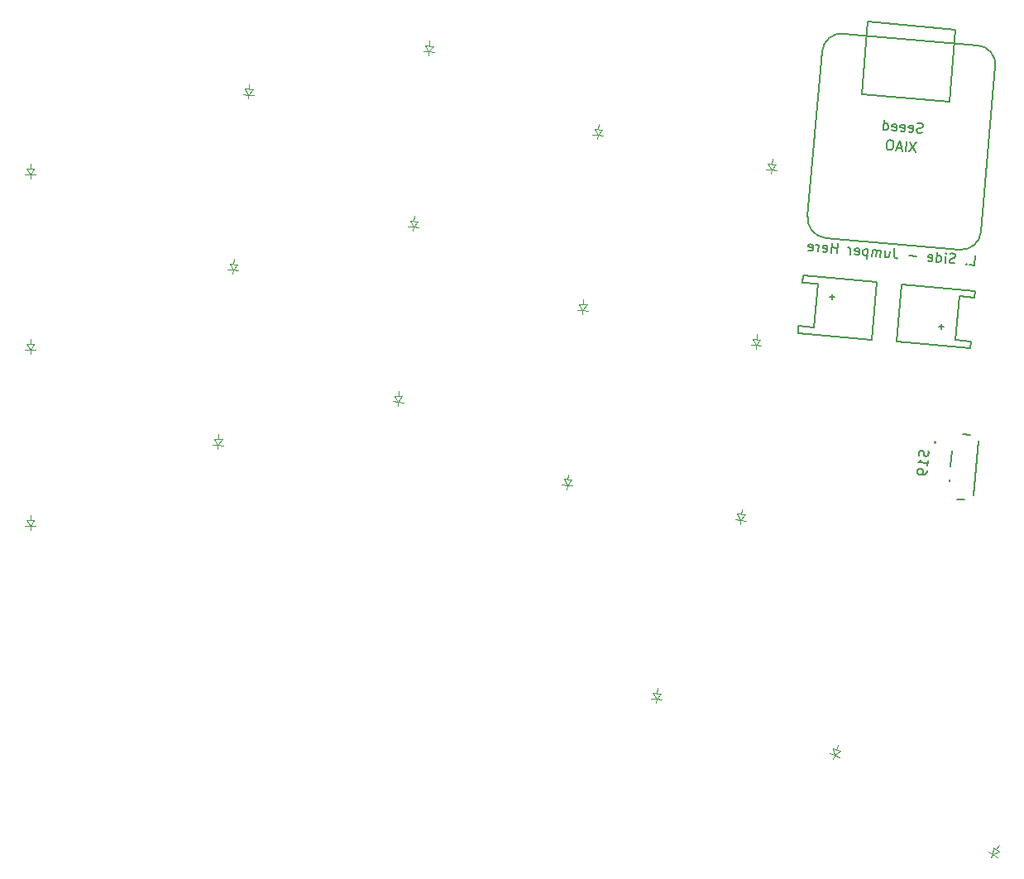
<source format=gbr>
%TF.GenerationSoftware,KiCad,Pcbnew,8.0.6*%
%TF.CreationDate,2024-11-20T19:49:45-07:00*%
%TF.ProjectId,board,626f6172-642e-46b6-9963-61645f706362,v1.0.0*%
%TF.SameCoordinates,Original*%
%TF.FileFunction,Legend,Bot*%
%TF.FilePolarity,Positive*%
%FSLAX46Y46*%
G04 Gerber Fmt 4.6, Leading zero omitted, Abs format (unit mm)*
G04 Created by KiCad (PCBNEW 8.0.6) date 2024-11-20 19:49:45*
%MOMM*%
%LPD*%
G01*
G04 APERTURE LIST*
%ADD10C,0.150000*%
%ADD11C,0.100000*%
%ADD12C,0.127000*%
%ADD13C,0.200000*%
G04 APERTURE END LIST*
D10*
X97683212Y34720833D02*
X96931927Y33782742D01*
X97019083Y34778937D02*
X97596057Y33724638D01*
X96552424Y33815945D02*
X96639580Y34812139D01*
X96150386Y34137924D02*
X95676007Y34179427D01*
X96220360Y33844996D02*
X95975451Y34870243D01*
X95975451Y34870243D02*
X95556230Y33903100D01*
X95121569Y34944948D02*
X94931818Y34961549D01*
X94931818Y34961549D02*
X94832792Y34922412D01*
X94832792Y34922412D02*
X94729616Y34835837D01*
X94729616Y34835837D02*
X94665577Y34650235D01*
X94665577Y34650235D02*
X94636525Y34318171D01*
X94636525Y34318171D02*
X94667362Y34124269D01*
X94667362Y34124269D02*
X94753937Y34021093D01*
X94753937Y34021093D02*
X94844662Y33965354D01*
X94844662Y33965354D02*
X95034413Y33948753D01*
X95034413Y33948753D02*
X95133439Y33987891D01*
X95133439Y33987891D02*
X95236616Y34074466D01*
X95236616Y34074466D02*
X95300655Y34260067D01*
X95300655Y34260067D02*
X95329707Y34592132D01*
X95329707Y34592132D02*
X95298870Y34786033D01*
X95298870Y34786033D02*
X95212295Y34889210D01*
X95212295Y34889210D02*
X95121569Y34944948D01*
X98272617Y35720887D02*
X98126153Y35685900D01*
X98126153Y35685900D02*
X97888964Y35706652D01*
X97888964Y35706652D02*
X97798239Y35762390D01*
X97798239Y35762390D02*
X97754951Y35813978D01*
X97754951Y35813978D02*
X97715814Y35913004D01*
X97715814Y35913004D02*
X97724115Y36007880D01*
X97724115Y36007880D02*
X97779853Y36098605D01*
X97779853Y36098605D02*
X97831441Y36141893D01*
X97831441Y36141893D02*
X97930467Y36181030D01*
X97930467Y36181030D02*
X98124369Y36211867D01*
X98124369Y36211867D02*
X98223395Y36251004D01*
X98223395Y36251004D02*
X98274983Y36294292D01*
X98274983Y36294292D02*
X98330721Y36385017D01*
X98330721Y36385017D02*
X98339022Y36479893D01*
X98339022Y36479893D02*
X98299884Y36578919D01*
X98299884Y36578919D02*
X98256597Y36630507D01*
X98256597Y36630507D02*
X98165871Y36686245D01*
X98165871Y36686245D02*
X97928682Y36706997D01*
X97928682Y36706997D02*
X97782218Y36672010D01*
X96896920Y35841245D02*
X96987645Y35785507D01*
X96987645Y35785507D02*
X97177397Y35768906D01*
X97177397Y35768906D02*
X97276423Y35808043D01*
X97276423Y35808043D02*
X97332161Y35898769D01*
X97332161Y35898769D02*
X97365363Y36278271D01*
X97365363Y36278271D02*
X97326226Y36377297D01*
X97326226Y36377297D02*
X97235500Y36433036D01*
X97235500Y36433036D02*
X97045749Y36449637D01*
X97045749Y36449637D02*
X96946723Y36410499D01*
X96946723Y36410499D02*
X96890985Y36319774D01*
X96890985Y36319774D02*
X96882684Y36224898D01*
X96882684Y36224898D02*
X97348762Y36088520D01*
X96043038Y35915950D02*
X96133764Y35860212D01*
X96133764Y35860212D02*
X96323515Y35843611D01*
X96323515Y35843611D02*
X96422541Y35882748D01*
X96422541Y35882748D02*
X96478280Y35973473D01*
X96478280Y35973473D02*
X96511482Y36352976D01*
X96511482Y36352976D02*
X96472345Y36452002D01*
X96472345Y36452002D02*
X96381619Y36507741D01*
X96381619Y36507741D02*
X96191868Y36524342D01*
X96191868Y36524342D02*
X96092842Y36485204D01*
X96092842Y36485204D02*
X96037103Y36394479D01*
X96037103Y36394479D02*
X96028803Y36299603D01*
X96028803Y36299603D02*
X96494881Y36163225D01*
X95189157Y35990655D02*
X95279883Y35934917D01*
X95279883Y35934917D02*
X95469634Y35918316D01*
X95469634Y35918316D02*
X95568660Y35957453D01*
X95568660Y35957453D02*
X95624398Y36048178D01*
X95624398Y36048178D02*
X95657600Y36427681D01*
X95657600Y36427681D02*
X95618463Y36526707D01*
X95618463Y36526707D02*
X95527738Y36582445D01*
X95527738Y36582445D02*
X95337986Y36599047D01*
X95337986Y36599047D02*
X95238960Y36559909D01*
X95238960Y36559909D02*
X95183222Y36469184D01*
X95183222Y36469184D02*
X95174922Y36374308D01*
X95174922Y36374308D02*
X95640999Y36237930D01*
X94283688Y36022073D02*
X94370843Y37018267D01*
X94287838Y36069510D02*
X94378563Y36013772D01*
X94378563Y36013772D02*
X94568315Y35997171D01*
X94568315Y35997171D02*
X94667341Y36036308D01*
X94667341Y36036308D02*
X94718929Y36079596D01*
X94718929Y36079596D02*
X94774667Y36170321D01*
X94774667Y36170321D02*
X94799569Y36454948D01*
X94799569Y36454948D02*
X94760432Y36553974D01*
X94760432Y36553974D02*
X94717144Y36605562D01*
X94717144Y36605562D02*
X94626419Y36661301D01*
X94626419Y36661301D02*
X94436667Y36677902D01*
X94436667Y36677902D02*
X94337641Y36638764D01*
X103136329Y22197909D02*
X103610708Y22156406D01*
X103610708Y22156406D02*
X103697863Y23152601D01*
X102812565Y22321837D02*
X102760976Y22278549D01*
X102760976Y22278549D02*
X102804264Y22226961D01*
X102804264Y22226961D02*
X102855852Y22270248D01*
X102855852Y22270248D02*
X102812565Y22321837D01*
X102812565Y22321837D02*
X102804264Y22226961D01*
X101622468Y22378156D02*
X101476005Y22343169D01*
X101476005Y22343169D02*
X101238815Y22363920D01*
X101238815Y22363920D02*
X101148090Y22419658D01*
X101148090Y22419658D02*
X101104802Y22471246D01*
X101104802Y22471246D02*
X101065665Y22570272D01*
X101065665Y22570272D02*
X101073966Y22665148D01*
X101073966Y22665148D02*
X101129704Y22755873D01*
X101129704Y22755873D02*
X101181292Y22799161D01*
X101181292Y22799161D02*
X101280318Y22838298D01*
X101280318Y22838298D02*
X101474220Y22869135D01*
X101474220Y22869135D02*
X101573246Y22908272D01*
X101573246Y22908272D02*
X101624834Y22951560D01*
X101624834Y22951560D02*
X101680572Y23042285D01*
X101680572Y23042285D02*
X101688873Y23137161D01*
X101688873Y23137161D02*
X101649736Y23236187D01*
X101649736Y23236187D02*
X101606448Y23287775D01*
X101606448Y23287775D02*
X101515723Y23343513D01*
X101515723Y23343513D02*
X101278533Y23364265D01*
X101278533Y23364265D02*
X101132070Y23329278D01*
X100622123Y22417873D02*
X100680227Y23082003D01*
X100709279Y23414068D02*
X100752567Y23362480D01*
X100752567Y23362480D02*
X100700979Y23319192D01*
X100700979Y23319192D02*
X100657691Y23370781D01*
X100657691Y23370781D02*
X100709279Y23414068D01*
X100709279Y23414068D02*
X100700979Y23319192D01*
X99720805Y22496729D02*
X99807961Y23492923D01*
X99724955Y22544166D02*
X99815681Y22488428D01*
X99815681Y22488428D02*
X100005432Y22471827D01*
X100005432Y22471827D02*
X100104458Y22510964D01*
X100104458Y22510964D02*
X100156046Y22554252D01*
X100156046Y22554252D02*
X100211784Y22644977D01*
X100211784Y22644977D02*
X100236686Y22929604D01*
X100236686Y22929604D02*
X100197549Y23028630D01*
X100197549Y23028630D02*
X100154261Y23080218D01*
X100154261Y23080218D02*
X100063536Y23135957D01*
X100063536Y23135957D02*
X99873784Y23152558D01*
X99873784Y23152558D02*
X99774758Y23113421D01*
X98871074Y22618871D02*
X98961799Y22563133D01*
X98961799Y22563133D02*
X99151551Y22546532D01*
X99151551Y22546532D02*
X99250577Y22585669D01*
X99250577Y22585669D02*
X99306315Y22676395D01*
X99306315Y22676395D02*
X99339517Y23055897D01*
X99339517Y23055897D02*
X99300380Y23154923D01*
X99300380Y23154923D02*
X99209654Y23210662D01*
X99209654Y23210662D02*
X99019903Y23227263D01*
X99019903Y23227263D02*
X98920877Y23188125D01*
X98920877Y23188125D02*
X98865139Y23097400D01*
X98865139Y23097400D02*
X98856838Y23002524D01*
X98856838Y23002524D02*
X99322916Y22866146D01*
X97666741Y23058843D02*
X96907736Y23125248D01*
X95443679Y23874748D02*
X95381424Y23163181D01*
X95381424Y23163181D02*
X95416412Y23016717D01*
X95416412Y23016717D02*
X95502987Y22913541D01*
X95502987Y22913541D02*
X95641150Y22853652D01*
X95641150Y22853652D02*
X95736026Y22845352D01*
X94513307Y23621539D02*
X94455204Y22957409D01*
X94940248Y23584186D02*
X94894595Y23062370D01*
X94894595Y23062370D02*
X94838857Y22971645D01*
X94838857Y22971645D02*
X94739831Y22932507D01*
X94739831Y22932507D02*
X94597517Y22944958D01*
X94597517Y22944958D02*
X94506792Y23000697D01*
X94506792Y23000697D02*
X94463504Y23052285D01*
X93980825Y22998912D02*
X94038929Y23663042D01*
X94030628Y23568166D02*
X93987341Y23619754D01*
X93987341Y23619754D02*
X93896615Y23675492D01*
X93896615Y23675492D02*
X93754302Y23687943D01*
X93754302Y23687943D02*
X93655276Y23648806D01*
X93655276Y23648806D02*
X93599538Y23558080D01*
X93599538Y23558080D02*
X93553885Y23036264D01*
X93599538Y23558080D02*
X93560400Y23657106D01*
X93560400Y23657106D02*
X93469675Y23712845D01*
X93469675Y23712845D02*
X93327361Y23725296D01*
X93327361Y23725296D02*
X93228335Y23686158D01*
X93228335Y23686158D02*
X93172597Y23595433D01*
X93172597Y23595433D02*
X93126944Y23073617D01*
X92710670Y23779249D02*
X92623514Y22783054D01*
X92706519Y23731811D02*
X92615794Y23787550D01*
X92615794Y23787550D02*
X92426043Y23804151D01*
X92426043Y23804151D02*
X92327017Y23765014D01*
X92327017Y23765014D02*
X92275429Y23721726D01*
X92275429Y23721726D02*
X92219690Y23631001D01*
X92219690Y23631001D02*
X92194788Y23346373D01*
X92194788Y23346373D02*
X92233926Y23247348D01*
X92233926Y23247348D02*
X92277213Y23195759D01*
X92277213Y23195759D02*
X92367939Y23140021D01*
X92367939Y23140021D02*
X92557690Y23123420D01*
X92557690Y23123420D02*
X92656716Y23162557D01*
X91375894Y23274615D02*
X91466620Y23218876D01*
X91466620Y23218876D02*
X91656371Y23202275D01*
X91656371Y23202275D02*
X91755397Y23241412D01*
X91755397Y23241412D02*
X91811135Y23332138D01*
X91811135Y23332138D02*
X91844338Y23711641D01*
X91844338Y23711641D02*
X91805200Y23810667D01*
X91805200Y23810667D02*
X91714475Y23866405D01*
X91714475Y23866405D02*
X91524723Y23883006D01*
X91524723Y23883006D02*
X91425698Y23843869D01*
X91425698Y23843869D02*
X91369959Y23753143D01*
X91369959Y23753143D02*
X91361659Y23658268D01*
X91361659Y23658268D02*
X91827736Y23521889D01*
X90897365Y23268680D02*
X90955469Y23932809D01*
X90938868Y23743058D02*
X90899731Y23842084D01*
X90899731Y23842084D02*
X90856443Y23893672D01*
X90856443Y23893672D02*
X90765718Y23949410D01*
X90765718Y23949410D02*
X90670842Y23957711D01*
X89521667Y23389037D02*
X89608823Y24385232D01*
X89567320Y23910854D02*
X88998066Y23960657D01*
X88952413Y23438841D02*
X89039569Y24435035D01*
X88102682Y23560984D02*
X88193408Y23505245D01*
X88193408Y23505245D02*
X88383159Y23488644D01*
X88383159Y23488644D02*
X88482185Y23527781D01*
X88482185Y23527781D02*
X88537924Y23618507D01*
X88537924Y23618507D02*
X88571126Y23998010D01*
X88571126Y23998010D02*
X88531988Y24097035D01*
X88531988Y24097035D02*
X88441263Y24152774D01*
X88441263Y24152774D02*
X88251512Y24169375D01*
X88251512Y24169375D02*
X88152486Y24130238D01*
X88152486Y24130238D02*
X88096747Y24039512D01*
X88096747Y24039512D02*
X88088447Y23944637D01*
X88088447Y23944637D02*
X88554525Y23808258D01*
X87624154Y23555048D02*
X87682257Y24219178D01*
X87665656Y24029427D02*
X87626519Y24128453D01*
X87626519Y24128453D02*
X87583231Y24180041D01*
X87583231Y24180041D02*
X87492506Y24235779D01*
X87492506Y24235779D02*
X87397630Y24244080D01*
X86632109Y23689642D02*
X86722834Y23633904D01*
X86722834Y23633904D02*
X86912586Y23617303D01*
X86912586Y23617303D02*
X87011611Y23656440D01*
X87011611Y23656440D02*
X87067350Y23747165D01*
X87067350Y23747165D02*
X87100552Y24126668D01*
X87100552Y24126668D02*
X87061415Y24225694D01*
X87061415Y24225694D02*
X86970689Y24281432D01*
X86970689Y24281432D02*
X86780938Y24298033D01*
X86780938Y24298033D02*
X86681912Y24258896D01*
X86681912Y24258896D02*
X86626174Y24168171D01*
X86626174Y24168171D02*
X86617873Y24073295D01*
X86617873Y24073295D02*
X87083951Y23936917D01*
X98900828Y3132997D02*
X98935815Y2986533D01*
X98935815Y2986533D02*
X98915064Y2749344D01*
X98915064Y2749344D02*
X98859325Y2658619D01*
X98859325Y2658619D02*
X98807737Y2615331D01*
X98807737Y2615331D02*
X98708711Y2576194D01*
X98708711Y2576194D02*
X98613836Y2584494D01*
X98613836Y2584494D02*
X98523110Y2640233D01*
X98523110Y2640233D02*
X98479823Y2691821D01*
X98479823Y2691821D02*
X98440685Y2790847D01*
X98440685Y2790847D02*
X98409849Y2984749D01*
X98409849Y2984749D02*
X98370711Y3083774D01*
X98370711Y3083774D02*
X98327424Y3135363D01*
X98327424Y3135363D02*
X98236698Y3191101D01*
X98236698Y3191101D02*
X98141823Y3199402D01*
X98141823Y3199402D02*
X98042797Y3160264D01*
X98042797Y3160264D02*
X97991208Y3116977D01*
X97991208Y3116977D02*
X97935470Y3026251D01*
X97935470Y3026251D02*
X97914719Y2789062D01*
X97914719Y2789062D02*
X97949706Y2642598D01*
X98815457Y1610836D02*
X98865260Y2180090D01*
X98840359Y1895463D02*
X97844164Y1982619D01*
X97844164Y1982619D02*
X97994778Y2065044D01*
X97994778Y2065044D02*
X98097954Y2151619D01*
X98097954Y2151619D02*
X98153693Y2242344D01*
X98773954Y1136457D02*
X98757353Y946706D01*
X98757353Y946706D02*
X98701615Y855981D01*
X98701615Y855981D02*
X98650027Y812693D01*
X98650027Y812693D02*
X98499413Y730268D01*
X98499413Y730268D02*
X98305511Y699431D01*
X98305511Y699431D02*
X97926008Y732634D01*
X97926008Y732634D02*
X97835283Y788372D01*
X97835283Y788372D02*
X97791995Y839960D01*
X97791995Y839960D02*
X97752858Y938986D01*
X97752858Y938986D02*
X97769459Y1128737D01*
X97769459Y1128737D02*
X97825198Y1219463D01*
X97825198Y1219463D02*
X97876786Y1262750D01*
X97876786Y1262750D02*
X97975812Y1301888D01*
X97975812Y1301888D02*
X98213001Y1281136D01*
X98213001Y1281136D02*
X98303726Y1225398D01*
X98303726Y1225398D02*
X98347014Y1173810D01*
X98347014Y1173810D02*
X98386151Y1074784D01*
X98386151Y1074784D02*
X98369550Y885033D01*
X98369550Y885033D02*
X98313812Y794307D01*
X98313812Y794307D02*
X98262224Y751020D01*
X98262224Y751020D02*
X98163198Y711882D01*
D11*
%TO.C,D2*%
X6575552Y14056658D02*
X7375552Y14056658D01*
X6975552Y14056658D02*
X6975552Y14556658D01*
X6975552Y13456658D02*
X6425552Y13456658D01*
X6975552Y13456658D02*
X6575552Y14056658D01*
X6975552Y13456658D02*
X7525552Y13456658D01*
X6975552Y13056658D02*
X6975552Y13456658D01*
X7375552Y14056658D02*
X6975552Y13456658D01*
%TO.C,D12*%
X64730601Y36109605D02*
X65527557Y36039880D01*
X65041923Y35078548D02*
X65076784Y35477026D01*
X65076784Y35477026D02*
X64528878Y35524962D01*
X65076784Y35477026D02*
X64730601Y36109605D01*
X65076784Y35477026D02*
X65624693Y35429090D01*
X65129079Y36074743D02*
X65172657Y36572840D01*
X65527557Y36039880D02*
X65076784Y35477026D01*
%TO.C,D10*%
X61592994Y246595D02*
X62389950Y176870D01*
X61904316Y-784462D02*
X61939177Y-385984D01*
X61939177Y-385984D02*
X61391271Y-338048D01*
X61939177Y-385984D02*
X61592994Y246595D01*
X61939177Y-385984D02*
X62487086Y-433920D01*
X61991472Y211733D02*
X62035050Y709830D01*
X62389950Y176870D02*
X61939177Y-385984D01*
D10*
%TO.C,JST1*%
X85562607Y15207780D02*
X93133686Y14545396D01*
X85623616Y15905116D02*
X85562607Y15207780D01*
X86015817Y20387992D02*
X87609728Y20248543D01*
X86076826Y21085329D02*
X86015817Y20387992D01*
X87217527Y15765667D02*
X85623616Y15905116D01*
X87609728Y20248543D02*
X87217527Y15765667D01*
X88804827Y18924829D02*
X89302924Y18881251D01*
X89032086Y18653992D02*
X89075664Y19152089D01*
X93133686Y14545396D02*
X93647905Y20422945D01*
X93647905Y20422945D02*
X86076826Y21085329D01*
D11*
%TO.C,D5*%
X27385944Y22311901D02*
X28182900Y22242176D01*
X27697266Y21280844D02*
X27732127Y21679322D01*
X27732127Y21679322D02*
X27184221Y21727258D01*
X27732127Y21679322D02*
X27385944Y22311901D01*
X27732127Y21679322D02*
X28280036Y21631386D01*
X27784422Y22277039D02*
X27828000Y22775136D01*
X28182900Y22242176D02*
X27732127Y21679322D01*
%TO.C,D4*%
X25817141Y4380397D02*
X26614097Y4310672D01*
X26128463Y3349340D02*
X26163324Y3747818D01*
X26163324Y3747818D02*
X25615418Y3795754D01*
X26163324Y3747818D02*
X25817141Y4380397D01*
X26163324Y3747818D02*
X26711233Y3699882D01*
X26215619Y4345535D02*
X26259197Y4843632D01*
X26614097Y4310672D02*
X26163324Y3747818D01*
D10*
%TO.C,JST2*%
X95624174Y14327507D02*
X103195253Y13665123D01*
X96138393Y20205056D02*
X95624174Y14327507D01*
X100239993Y16096460D02*
X100196415Y15598363D01*
X100467252Y15825623D02*
X99969155Y15869201D01*
X101662351Y14501909D02*
X102054552Y18984785D01*
X102054552Y18984785D02*
X103648463Y18845336D01*
X103195253Y13665123D02*
X103256262Y14362460D01*
X103256262Y14362460D02*
X101662351Y14501909D01*
X103648463Y18845336D02*
X103709472Y19542672D01*
X103709472Y19542672D02*
X96138393Y20205056D01*
D11*
%TO.C,D17*%
X89128183Y-27327152D02*
X89882296Y-27594197D01*
X89171433Y-28403316D02*
X89304957Y-28026260D01*
X89304957Y-28026260D02*
X88786503Y-27842666D01*
X89304957Y-28026260D02*
X89128183Y-27327152D01*
X89304957Y-28026260D02*
X89823408Y-28209853D01*
X89505240Y-27460675D02*
X89672143Y-26989354D01*
X89882296Y-27594197D02*
X89304957Y-28026260D01*
%TO.C,D6*%
X28954747Y40243406D02*
X29751703Y40173681D01*
X29266069Y39212349D02*
X29300930Y39610827D01*
X29300930Y39610827D02*
X28753024Y39658763D01*
X29300930Y39610827D02*
X28954747Y40243406D01*
X29300930Y39610827D02*
X29848839Y39562891D01*
X29353225Y40208544D02*
X29396803Y40706641D01*
X29751703Y40173681D02*
X29300930Y39610827D01*
%TO.C,D14*%
X80918990Y14616907D02*
X81715946Y14547182D01*
X81230312Y13585850D02*
X81265173Y13984328D01*
X81265173Y13984328D02*
X80717267Y14032264D01*
X81265173Y13984328D02*
X80918990Y14616907D01*
X81265173Y13984328D02*
X81813082Y13936392D01*
X81317468Y14582045D02*
X81361046Y15080142D01*
X81715946Y14547182D02*
X81265173Y13984328D01*
D12*
%TO.C,U1*%
X88035956Y44051974D02*
X86554308Y27116664D01*
X88372386Y24949963D02*
X102119873Y23747214D01*
X103950144Y44667303D02*
X90202657Y45870052D01*
X104286574Y25565292D02*
X105768222Y42500602D01*
X88035956Y44051974D02*
G75*
G02*
X90202657Y45870052I1992388J-174310D01*
G01*
X88372386Y24949963D02*
G75*
G02*
X86554308Y27116664I174311J1992389D01*
G01*
X103950144Y44667303D02*
G75*
G02*
X105768222Y42500602I-174312J-1992390D01*
G01*
X104286574Y25565292D02*
G75*
G02*
X102119873Y23747214I-1992389J174311D01*
G01*
X101683389Y46295088D02*
X101036342Y38899308D01*
X92070590Y39683710D01*
X92717637Y47079489D01*
X101683389Y46295088D01*
D11*
%TO.C,D15*%
X82487794Y32548412D02*
X83284750Y32478687D01*
X82799116Y31517355D02*
X82833977Y31915833D01*
X82833977Y31915833D02*
X82286071Y31963769D01*
X82833977Y31915833D02*
X82487794Y32548412D01*
X82833977Y31915833D02*
X83381886Y31867897D01*
X82886272Y32513550D02*
X82929850Y33011647D01*
X83284750Y32478687D02*
X82833977Y31915833D01*
%TO.C,D16*%
X70720865Y-21632207D02*
X71517821Y-21701932D01*
X71032187Y-22663264D02*
X71067048Y-22264786D01*
X71067048Y-22264786D02*
X70519142Y-22216850D01*
X71067048Y-22264786D02*
X70720865Y-21632207D01*
X71067048Y-22264786D02*
X71614957Y-22312722D01*
X71119343Y-21667069D02*
X71162921Y-21168972D01*
X71517821Y-21701932D02*
X71067048Y-22264786D01*
%TO.C,D8*%
X45840383Y26720266D02*
X46637339Y26650541D01*
X46151705Y25689209D02*
X46186566Y26087687D01*
X46186566Y26087687D02*
X45638660Y26135623D01*
X46186566Y26087687D02*
X45840383Y26720266D01*
X46186566Y26087687D02*
X46734475Y26039751D01*
X46238861Y26685404D02*
X46282439Y27183501D01*
X46637339Y26650541D02*
X46186566Y26087687D01*
%TO.C,D13*%
X79350187Y-3314597D02*
X80147143Y-3384322D01*
X79661509Y-4345654D02*
X79696370Y-3947176D01*
X79696370Y-3947176D02*
X79148464Y-3899240D01*
X79696370Y-3947176D02*
X79350187Y-3314597D01*
X79696370Y-3947176D02*
X80244279Y-3995112D01*
X79748665Y-3349459D02*
X79792243Y-2851362D01*
X80147143Y-3384322D02*
X79696370Y-3947176D01*
%TO.C,D3*%
X6575552Y32056658D02*
X7375552Y32056658D01*
X6975552Y32056658D02*
X6975552Y32556658D01*
X6975552Y31456658D02*
X6425552Y31456658D01*
X6975552Y31456658D02*
X6575552Y32056658D01*
X6975552Y31456658D02*
X7525552Y31456658D01*
X6975552Y31056658D02*
X6975552Y31456658D01*
X7375552Y32056658D02*
X6975552Y31456658D01*
%TO.C,D18*%
X105295705Y-38502238D02*
X105519382Y-38170623D01*
X105519382Y-38170623D02*
X105063412Y-37863067D01*
X105519382Y-38170623D02*
X105523283Y-37449523D01*
X105519382Y-38170623D02*
X105975353Y-38478179D01*
X105523283Y-37449523D02*
X106186513Y-37896878D01*
X105854898Y-37673201D02*
X106134495Y-37258682D01*
X106186513Y-37896878D02*
X105519382Y-38170623D01*
%TO.C,D11*%
X63161797Y18178100D02*
X63958753Y18108375D01*
X63473119Y17147043D02*
X63507980Y17545521D01*
X63507980Y17545521D02*
X62960074Y17593457D01*
X63507980Y17545521D02*
X63161797Y18178100D01*
X63507980Y17545521D02*
X64055889Y17497585D01*
X63560275Y18143238D02*
X63603853Y18641335D01*
X63958753Y18108375D02*
X63507980Y17545521D01*
%TO.C,D9*%
X47409186Y44651771D02*
X48206142Y44582046D01*
X47720508Y43620714D02*
X47755369Y44019192D01*
X47755369Y44019192D02*
X47207463Y44067128D01*
X47755369Y44019192D02*
X47409186Y44651771D01*
X47755369Y44019192D02*
X48303278Y43971256D01*
X47807664Y44616909D02*
X47851242Y45115006D01*
X48206142Y44582046D02*
X47755369Y44019192D01*
%TO.C,D1*%
X6575552Y-3943342D02*
X7375552Y-3943342D01*
X6975552Y-3943342D02*
X6975552Y-3443342D01*
X6975552Y-4543342D02*
X6425552Y-4543342D01*
X6975552Y-4543342D02*
X6575552Y-3943342D01*
X6975552Y-4543342D02*
X7525552Y-4543342D01*
X6975552Y-4943342D02*
X6975552Y-4543342D01*
X7375552Y-3943342D02*
X6975552Y-4543342D01*
%TO.C,D7*%
X44271580Y8788762D02*
X45068536Y8719037D01*
X44582902Y7757705D02*
X44617763Y8156183D01*
X44617763Y8156183D02*
X44069857Y8204119D01*
X44617763Y8156183D02*
X44271580Y8788762D01*
X44617763Y8156183D02*
X45165672Y8108247D01*
X44670058Y8753900D02*
X44713636Y9251997D01*
X45068536Y8719037D02*
X44617763Y8156183D01*
D12*
%TO.C,S19*%
X101067241Y39315D02*
X101081186Y198706D01*
X101197974Y1533607D02*
X101342653Y3187290D01*
X101829475Y-1804133D02*
X102586583Y-1870373D01*
X102413417Y4870373D02*
X103170525Y4804133D01*
X104041703Y4205928D02*
X103548402Y-1432534D01*
D13*
X99707896Y4011621D02*
G75*
G02*
X99507898Y4011621I-99999J0D01*
G01*
X99507898Y4011621D02*
G75*
G02*
X99707896Y4011621I99999J0D01*
G01*
%TD*%
M02*

</source>
